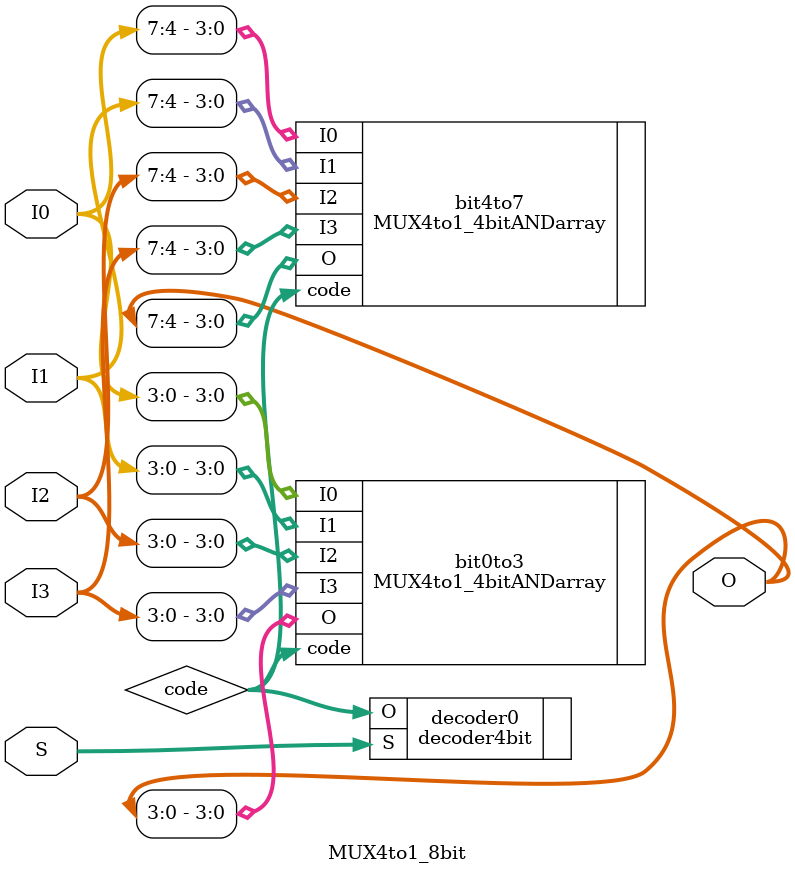
<source format=v>
`timescale 1ns / 1ps
module MUX4to1_8bit(
input [1:0] S,
    input [7:0] I0,
    input [7:0] I1,
    input [7:0] I2,
    input [7:0] I3,
    output [7:0] O
    );
	 
	 wire [3:0] code;
	 
	 decoder4bit decoder0(.S(S), .O(code));
	 
	 MUX4to1_4bitANDarray bit0to3(.code(code), .I0(I0[3:0]), .I1(I1[3:0]), .I2(I2[3:0]), .I3(I3[3:0]), .O(O[3:0]));
	 MUX4to1_4bitANDarray bit4to7(.code(code), .I0(I0[7:4]), .I1(I1[7:4]), .I2(I2[7:4]), .I3(I3[7:4]), .O(O[7:4]));

endmodule
</source>
